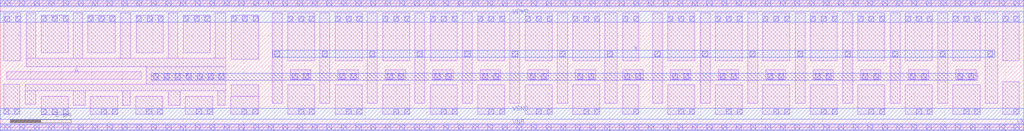
<source format=lef>
# Copyright 2020 The SkyWater PDK Authors
#
# Licensed under the Apache License, Version 2.0 (the "License");
# you may not use this file except in compliance with the License.
# You may obtain a copy of the License at
#
#     https://www.apache.org/licenses/LICENSE-2.0
#
# Unless required by applicable law or agreed to in writing, software
# distributed under the License is distributed on an "AS IS" BASIS,
# WITHOUT WARRANTIES OR CONDITIONS OF ANY KIND, either express or implied.
# See the License for the specific language governing permissions and
# limitations under the License.
#
# SPDX-License-Identifier: Apache-2.0

VERSION 5.7 ;
  NOWIREEXTENSIONATPIN ON ;
  DIVIDERCHAR "/" ;
  BUSBITCHARS "[]" ;
UNITS
  DATABASE MICRONS 200 ;
END UNITS
MACRO sky130_fd_sc_hvl__buf_32
  CLASS CORE ;
  FOREIGN sky130_fd_sc_hvl__buf_32 ;
  ORIGIN  0.000000  0.000000 ;
  SIZE  33.60000 BY  4.070000 ;
  SYMMETRY X Y ;
  SITE unithv ;
  PIN A
    ANTENNAGATEAREA  11.25000 ;
    DIRECTION INPUT ;
    USE SIGNAL ;
    PORT
      LAYER li1 ;
        RECT 0.220000 1.580000 4.630000 1.815000 ;
    END
  END A
  PIN X
    ANTENNADIFFAREA  10.08000 ;
    DIRECTION OUTPUT ;
    USE SIGNAL ;
    PORT
      LAYER met1 ;
        RECT 8.950000 2.290000 32.640000 2.520000 ;
    END
  END X
  PIN VGND
    DIRECTION INOUT ;
    USE GROUND ;
    PORT
      LAYER met1 ;
        RECT 0.000000 0.255000 33.600000 0.625000 ;
    END
  END VGND
  PIN VNB
    DIRECTION INOUT ;
    USE GROUND ;
    PORT
      LAYER li1 ;
        RECT 0.000000 -0.085000 33.600000 0.085000 ;
      LAYER mcon ;
        RECT  0.155000 -0.085000  0.325000 0.085000 ;
        RECT  0.635000 -0.085000  0.805000 0.085000 ;
        RECT  1.115000 -0.085000  1.285000 0.085000 ;
        RECT  1.595000 -0.085000  1.765000 0.085000 ;
        RECT  2.075000 -0.085000  2.245000 0.085000 ;
        RECT  2.555000 -0.085000  2.725000 0.085000 ;
        RECT  3.035000 -0.085000  3.205000 0.085000 ;
        RECT  3.515000 -0.085000  3.685000 0.085000 ;
        RECT  3.995000 -0.085000  4.165000 0.085000 ;
        RECT  4.475000 -0.085000  4.645000 0.085000 ;
        RECT  4.955000 -0.085000  5.125000 0.085000 ;
        RECT  5.435000 -0.085000  5.605000 0.085000 ;
        RECT  5.915000 -0.085000  6.085000 0.085000 ;
        RECT  6.395000 -0.085000  6.565000 0.085000 ;
        RECT  6.875000 -0.085000  7.045000 0.085000 ;
        RECT  7.355000 -0.085000  7.525000 0.085000 ;
        RECT  7.835000 -0.085000  8.005000 0.085000 ;
        RECT  8.315000 -0.085000  8.485000 0.085000 ;
        RECT  8.795000 -0.085000  8.965000 0.085000 ;
        RECT  9.275000 -0.085000  9.445000 0.085000 ;
        RECT  9.755000 -0.085000  9.925000 0.085000 ;
        RECT 10.235000 -0.085000 10.405000 0.085000 ;
        RECT 10.715000 -0.085000 10.885000 0.085000 ;
        RECT 11.195000 -0.085000 11.365000 0.085000 ;
        RECT 11.675000 -0.085000 11.845000 0.085000 ;
        RECT 12.155000 -0.085000 12.325000 0.085000 ;
        RECT 12.635000 -0.085000 12.805000 0.085000 ;
        RECT 13.115000 -0.085000 13.285000 0.085000 ;
        RECT 13.595000 -0.085000 13.765000 0.085000 ;
        RECT 14.075000 -0.085000 14.245000 0.085000 ;
        RECT 14.555000 -0.085000 14.725000 0.085000 ;
        RECT 15.035000 -0.085000 15.205000 0.085000 ;
        RECT 15.515000 -0.085000 15.685000 0.085000 ;
        RECT 15.995000 -0.085000 16.165000 0.085000 ;
        RECT 16.475000 -0.085000 16.645000 0.085000 ;
        RECT 16.955000 -0.085000 17.125000 0.085000 ;
        RECT 17.435000 -0.085000 17.605000 0.085000 ;
        RECT 17.915000 -0.085000 18.085000 0.085000 ;
        RECT 18.395000 -0.085000 18.565000 0.085000 ;
        RECT 18.875000 -0.085000 19.045000 0.085000 ;
        RECT 19.355000 -0.085000 19.525000 0.085000 ;
        RECT 19.835000 -0.085000 20.005000 0.085000 ;
        RECT 20.315000 -0.085000 20.485000 0.085000 ;
        RECT 20.795000 -0.085000 20.965000 0.085000 ;
        RECT 21.275000 -0.085000 21.445000 0.085000 ;
        RECT 21.755000 -0.085000 21.925000 0.085000 ;
        RECT 22.235000 -0.085000 22.405000 0.085000 ;
        RECT 22.715000 -0.085000 22.885000 0.085000 ;
        RECT 23.195000 -0.085000 23.365000 0.085000 ;
        RECT 23.675000 -0.085000 23.845000 0.085000 ;
        RECT 24.155000 -0.085000 24.325000 0.085000 ;
        RECT 24.635000 -0.085000 24.805000 0.085000 ;
        RECT 25.115000 -0.085000 25.285000 0.085000 ;
        RECT 25.595000 -0.085000 25.765000 0.085000 ;
        RECT 26.075000 -0.085000 26.245000 0.085000 ;
        RECT 26.555000 -0.085000 26.725000 0.085000 ;
        RECT 27.035000 -0.085000 27.205000 0.085000 ;
        RECT 27.515000 -0.085000 27.685000 0.085000 ;
        RECT 27.995000 -0.085000 28.165000 0.085000 ;
        RECT 28.475000 -0.085000 28.645000 0.085000 ;
        RECT 28.955000 -0.085000 29.125000 0.085000 ;
        RECT 29.435000 -0.085000 29.605000 0.085000 ;
        RECT 29.915000 -0.085000 30.085000 0.085000 ;
        RECT 30.395000 -0.085000 30.565000 0.085000 ;
        RECT 30.875000 -0.085000 31.045000 0.085000 ;
        RECT 31.355000 -0.085000 31.525000 0.085000 ;
        RECT 31.835000 -0.085000 32.005000 0.085000 ;
        RECT 32.315000 -0.085000 32.485000 0.085000 ;
        RECT 32.795000 -0.085000 32.965000 0.085000 ;
        RECT 33.275000 -0.085000 33.445000 0.085000 ;
    END
    PORT
      LAYER met1 ;
        RECT 0.000000 -0.115000 33.600000 0.115000 ;
    END
  END VNB
  PIN VPB
    DIRECTION INOUT ;
    USE POWER ;
    PORT
      LAYER li1 ;
        RECT 0.000000 3.985000 33.600000 4.155000 ;
      LAYER mcon ;
        RECT  0.155000 3.985000  0.325000 4.155000 ;
        RECT  0.635000 3.985000  0.805000 4.155000 ;
        RECT  1.115000 3.985000  1.285000 4.155000 ;
        RECT  1.595000 3.985000  1.765000 4.155000 ;
        RECT  2.075000 3.985000  2.245000 4.155000 ;
        RECT  2.555000 3.985000  2.725000 4.155000 ;
        RECT  3.035000 3.985000  3.205000 4.155000 ;
        RECT  3.515000 3.985000  3.685000 4.155000 ;
        RECT  3.995000 3.985000  4.165000 4.155000 ;
        RECT  4.475000 3.985000  4.645000 4.155000 ;
        RECT  4.955000 3.985000  5.125000 4.155000 ;
        RECT  5.435000 3.985000  5.605000 4.155000 ;
        RECT  5.915000 3.985000  6.085000 4.155000 ;
        RECT  6.395000 3.985000  6.565000 4.155000 ;
        RECT  6.875000 3.985000  7.045000 4.155000 ;
        RECT  7.355000 3.985000  7.525000 4.155000 ;
        RECT  7.835000 3.985000  8.005000 4.155000 ;
        RECT  8.315000 3.985000  8.485000 4.155000 ;
        RECT  8.795000 3.985000  8.965000 4.155000 ;
        RECT  9.275000 3.985000  9.445000 4.155000 ;
        RECT  9.755000 3.985000  9.925000 4.155000 ;
        RECT 10.235000 3.985000 10.405000 4.155000 ;
        RECT 10.715000 3.985000 10.885000 4.155000 ;
        RECT 11.195000 3.985000 11.365000 4.155000 ;
        RECT 11.675000 3.985000 11.845000 4.155000 ;
        RECT 12.155000 3.985000 12.325000 4.155000 ;
        RECT 12.635000 3.985000 12.805000 4.155000 ;
        RECT 13.115000 3.985000 13.285000 4.155000 ;
        RECT 13.595000 3.985000 13.765000 4.155000 ;
        RECT 14.075000 3.985000 14.245000 4.155000 ;
        RECT 14.555000 3.985000 14.725000 4.155000 ;
        RECT 15.035000 3.985000 15.205000 4.155000 ;
        RECT 15.515000 3.985000 15.685000 4.155000 ;
        RECT 15.995000 3.985000 16.165000 4.155000 ;
        RECT 16.475000 3.985000 16.645000 4.155000 ;
        RECT 16.955000 3.985000 17.125000 4.155000 ;
        RECT 17.435000 3.985000 17.605000 4.155000 ;
        RECT 17.915000 3.985000 18.085000 4.155000 ;
        RECT 18.395000 3.985000 18.565000 4.155000 ;
        RECT 18.875000 3.985000 19.045000 4.155000 ;
        RECT 19.355000 3.985000 19.525000 4.155000 ;
        RECT 19.835000 3.985000 20.005000 4.155000 ;
        RECT 20.315000 3.985000 20.485000 4.155000 ;
        RECT 20.795000 3.985000 20.965000 4.155000 ;
        RECT 21.275000 3.985000 21.445000 4.155000 ;
        RECT 21.755000 3.985000 21.925000 4.155000 ;
        RECT 22.235000 3.985000 22.405000 4.155000 ;
        RECT 22.715000 3.985000 22.885000 4.155000 ;
        RECT 23.195000 3.985000 23.365000 4.155000 ;
        RECT 23.675000 3.985000 23.845000 4.155000 ;
        RECT 24.155000 3.985000 24.325000 4.155000 ;
        RECT 24.635000 3.985000 24.805000 4.155000 ;
        RECT 25.115000 3.985000 25.285000 4.155000 ;
        RECT 25.595000 3.985000 25.765000 4.155000 ;
        RECT 26.075000 3.985000 26.245000 4.155000 ;
        RECT 26.555000 3.985000 26.725000 4.155000 ;
        RECT 27.035000 3.985000 27.205000 4.155000 ;
        RECT 27.515000 3.985000 27.685000 4.155000 ;
        RECT 27.995000 3.985000 28.165000 4.155000 ;
        RECT 28.475000 3.985000 28.645000 4.155000 ;
        RECT 28.955000 3.985000 29.125000 4.155000 ;
        RECT 29.435000 3.985000 29.605000 4.155000 ;
        RECT 29.915000 3.985000 30.085000 4.155000 ;
        RECT 30.395000 3.985000 30.565000 4.155000 ;
        RECT 30.875000 3.985000 31.045000 4.155000 ;
        RECT 31.355000 3.985000 31.525000 4.155000 ;
        RECT 31.835000 3.985000 32.005000 4.155000 ;
        RECT 32.315000 3.985000 32.485000 4.155000 ;
        RECT 32.795000 3.985000 32.965000 4.155000 ;
        RECT 33.275000 3.985000 33.445000 4.155000 ;
    END
    PORT
      LAYER met1 ;
        RECT 0.000000 3.955000 33.600000 4.185000 ;
    END
  END VPB
  PIN VPWR
    DIRECTION INOUT ;
    USE POWER ;
    PORT
      LAYER met1 ;
        RECT 0.000000 3.445000 33.600000 3.815000 ;
    END
  END VPWR
  OBS
    LAYER li1 ;
      RECT  0.110000 0.425000  0.645000 1.410000 ;
      RECT  0.110000 2.175000  0.680000 3.755000 ;
      RECT  0.815000 0.755000  1.170000 1.195000 ;
      RECT  0.815000 1.195000  7.410000 1.410000 ;
      RECT  0.850000 1.985000  7.410000 2.265000 ;
      RECT  0.850000 2.265000  1.160000 3.755000 ;
      RECT  1.340000 0.415000  2.230000 1.025000 ;
      RECT  1.340000 2.445000  2.230000 3.675000 ;
      RECT  2.400000 0.730000  2.790000 1.195000 ;
      RECT  2.400000 2.265000  2.710000 3.755000 ;
      RECT  2.880000 2.445000  3.770000 3.675000 ;
      RECT  2.960000 0.425000  3.855000 1.025000 ;
      RECT  3.940000 2.265000  4.290000 3.755000 ;
      RECT  4.025000 0.730000  4.270000 1.195000 ;
      RECT  4.440000 0.425000  5.330000 1.025000 ;
      RECT  4.460000 2.445000  5.350000 3.675000 ;
      RECT  4.800000 1.410000  7.410000 1.985000 ;
      RECT  5.520000 0.730000  5.910000 1.195000 ;
      RECT  5.520000 2.265000  5.830000 3.755000 ;
      RECT  6.000000 2.445000  6.890000 3.675000 ;
      RECT  6.080000 0.425000  6.975000 1.025000 ;
      RECT  7.060000 2.265000  7.410000 3.755000 ;
      RECT  7.145000 0.730000  7.390000 1.195000 ;
      RECT  7.560000 0.425000  8.480000 1.025000 ;
      RECT  7.580000 1.025000  8.480000 1.395000 ;
      RECT  7.580000 2.235000  8.480000 3.675000 ;
      RECT  8.930000 0.790000  9.260000 3.755000 ;
      RECT  9.430000 0.425000 10.320000 1.395000 ;
      RECT  9.430000 2.175000 10.320000 3.755000 ;
      RECT  9.520000 1.565000 10.190000 1.895000 ;
      RECT 10.490000 0.790000 10.820000 3.755000 ;
      RECT 10.990000 0.425000 11.880000 1.395000 ;
      RECT 10.990000 2.175000 11.880000 3.755000 ;
      RECT 11.080000 1.565000 11.750000 1.895000 ;
      RECT 12.050000 0.790000 12.380000 3.755000 ;
      RECT 12.550000 0.425000 13.440000 1.395000 ;
      RECT 12.550000 2.175000 13.440000 3.755000 ;
      RECT 12.640000 1.565000 13.310000 1.895000 ;
      RECT 13.610000 0.790000 13.940000 3.755000 ;
      RECT 14.110000 0.425000 15.000000 1.395000 ;
      RECT 14.110000 2.175000 15.000000 3.755000 ;
      RECT 14.200000 1.565000 14.870000 1.895000 ;
      RECT 15.170000 0.790000 15.500000 3.755000 ;
      RECT 15.670000 0.425000 16.560000 1.395000 ;
      RECT 15.670000 2.175000 16.560000 3.755000 ;
      RECT 15.760000 1.565000 16.430000 1.895000 ;
      RECT 16.730000 0.790000 17.060000 3.755000 ;
      RECT 17.230000 0.425000 18.120000 1.395000 ;
      RECT 17.230000 2.175000 18.120000 3.755000 ;
      RECT 17.320000 1.565000 17.990000 1.895000 ;
      RECT 18.290000 0.790000 18.620000 3.755000 ;
      RECT 18.790000 0.425000 19.680000 1.395000 ;
      RECT 18.790000 2.175000 19.680000 3.755000 ;
      RECT 18.880000 1.565000 19.550000 1.895000 ;
      RECT 19.850000 0.790000 20.260000 3.755000 ;
      RECT 20.430000 0.425000 20.960000 1.395000 ;
      RECT 20.430000 1.565000 21.100000 1.895000 ;
      RECT 20.430000 2.175000 20.960000 3.755000 ;
      RECT 21.410000 0.790000 21.740000 3.755000 ;
      RECT 21.910000 0.425000 22.800000 1.395000 ;
      RECT 21.910000 2.175000 22.800000 3.755000 ;
      RECT 22.000000 1.565000 22.670000 1.895000 ;
      RECT 22.970000 0.790000 23.300000 3.755000 ;
      RECT 23.470000 0.425000 24.360000 1.395000 ;
      RECT 23.470000 2.175000 24.360000 3.755000 ;
      RECT 23.560000 1.565000 24.230000 1.895000 ;
      RECT 24.530000 0.790000 24.860000 3.755000 ;
      RECT 25.030000 0.425000 25.920000 1.395000 ;
      RECT 25.030000 2.175000 25.920000 3.755000 ;
      RECT 25.120000 1.565000 25.790000 1.895000 ;
      RECT 26.090000 0.790000 26.420000 3.755000 ;
      RECT 26.590000 0.425000 27.480000 1.395000 ;
      RECT 26.590000 2.175000 27.480000 3.755000 ;
      RECT 26.680000 1.565000 27.350000 1.895000 ;
      RECT 27.650000 0.790000 27.980000 3.755000 ;
      RECT 28.150000 0.425000 29.040000 1.395000 ;
      RECT 28.150000 2.175000 29.040000 3.755000 ;
      RECT 28.240000 1.565000 28.910000 1.895000 ;
      RECT 29.210000 0.790000 29.540000 3.755000 ;
      RECT 29.710000 0.425000 30.600000 1.395000 ;
      RECT 29.710000 2.175000 30.600000 3.755000 ;
      RECT 29.800000 1.565000 30.470000 1.895000 ;
      RECT 30.770000 0.790000 31.100000 3.755000 ;
      RECT 31.270000 0.425000 32.160000 1.395000 ;
      RECT 31.270000 2.175000 32.160000 3.755000 ;
      RECT 31.360000 1.565000 32.030000 1.895000 ;
      RECT 32.330000 0.790000 32.740000 3.755000 ;
      RECT 32.910000 0.425000 33.440000 1.495000 ;
      RECT 32.910000 2.175000 33.440000 3.755000 ;
    LAYER mcon ;
      RECT  0.115000 0.425000  0.285000 0.595000 ;
      RECT  0.150000 3.475000  0.320000 3.645000 ;
      RECT  0.475000 0.425000  0.645000 0.595000 ;
      RECT  0.510000 3.475000  0.680000 3.645000 ;
      RECT  1.340000 0.425000  1.510000 0.595000 ;
      RECT  1.340000 3.475000  1.510000 3.645000 ;
      RECT  1.700000 0.425000  1.870000 0.595000 ;
      RECT  1.700000 3.475000  1.870000 3.645000 ;
      RECT  2.060000 0.425000  2.230000 0.595000 ;
      RECT  2.060000 3.475000  2.230000 3.645000 ;
      RECT  2.880000 3.475000  3.050000 3.645000 ;
      RECT  3.240000 3.475000  3.410000 3.645000 ;
      RECT  3.320000 0.425000  3.490000 0.595000 ;
      RECT  3.600000 3.475000  3.770000 3.645000 ;
      RECT  3.680000 0.425000  3.850000 0.595000 ;
      RECT  4.460000 3.475000  4.630000 3.645000 ;
      RECT  4.800000 0.425000  4.970000 0.595000 ;
      RECT  4.820000 3.475000  4.990000 3.645000 ;
      RECT  5.020000 1.580000  5.190000 1.750000 ;
      RECT  5.160000 0.425000  5.330000 0.595000 ;
      RECT  5.180000 3.475000  5.350000 3.645000 ;
      RECT  5.380000 1.580000  5.550000 1.750000 ;
      RECT  5.740000 1.580000  5.910000 1.750000 ;
      RECT  6.000000 3.475000  6.170000 3.645000 ;
      RECT  6.100000 1.580000  6.270000 1.750000 ;
      RECT  6.360000 3.475000  6.530000 3.645000 ;
      RECT  6.440000 0.425000  6.610000 0.595000 ;
      RECT  6.460000 1.580000  6.630000 1.750000 ;
      RECT  6.720000 3.475000  6.890000 3.645000 ;
      RECT  6.800000 0.425000  6.970000 0.595000 ;
      RECT  6.820000 1.580000  6.990000 1.750000 ;
      RECT  7.180000 1.580000  7.350000 1.750000 ;
      RECT  7.580000 3.475000  7.750000 3.645000 ;
      RECT  7.920000 0.425000  8.090000 0.595000 ;
      RECT  7.940000 3.475000  8.110000 3.645000 ;
      RECT  8.280000 0.425000  8.450000 0.595000 ;
      RECT  8.300000 3.475000  8.470000 3.645000 ;
      RECT  9.010000 2.320000  9.180000 2.490000 ;
      RECT  9.430000 3.475000  9.600000 3.645000 ;
      RECT  9.590000 1.580000  9.760000 1.750000 ;
      RECT  9.790000 0.425000  9.960000 0.595000 ;
      RECT  9.790000 3.475000  9.960000 3.645000 ;
      RECT  9.950000 1.580000 10.120000 1.750000 ;
      RECT 10.150000 0.425000 10.320000 0.595000 ;
      RECT 10.150000 3.475000 10.320000 3.645000 ;
      RECT 10.570000 2.320000 10.740000 2.490000 ;
      RECT 10.990000 3.475000 11.160000 3.645000 ;
      RECT 11.150000 1.580000 11.320000 1.750000 ;
      RECT 11.350000 0.425000 11.520000 0.595000 ;
      RECT 11.350000 3.475000 11.520000 3.645000 ;
      RECT 11.510000 1.580000 11.680000 1.750000 ;
      RECT 11.710000 0.425000 11.880000 0.595000 ;
      RECT 11.710000 3.475000 11.880000 3.645000 ;
      RECT 12.130000 2.320000 12.300000 2.490000 ;
      RECT 12.550000 3.475000 12.720000 3.645000 ;
      RECT 12.710000 1.580000 12.880000 1.750000 ;
      RECT 12.910000 0.425000 13.080000 0.595000 ;
      RECT 12.910000 3.475000 13.080000 3.645000 ;
      RECT 13.070000 1.580000 13.240000 1.750000 ;
      RECT 13.270000 0.425000 13.440000 0.595000 ;
      RECT 13.270000 3.475000 13.440000 3.645000 ;
      RECT 13.690000 2.320000 13.860000 2.490000 ;
      RECT 14.110000 3.475000 14.280000 3.645000 ;
      RECT 14.270000 1.580000 14.440000 1.750000 ;
      RECT 14.470000 0.425000 14.640000 0.595000 ;
      RECT 14.470000 3.475000 14.640000 3.645000 ;
      RECT 14.630000 1.580000 14.800000 1.750000 ;
      RECT 14.830000 0.425000 15.000000 0.595000 ;
      RECT 14.830000 3.475000 15.000000 3.645000 ;
      RECT 15.250000 2.320000 15.420000 2.490000 ;
      RECT 15.670000 3.475000 15.840000 3.645000 ;
      RECT 15.830000 1.580000 16.000000 1.750000 ;
      RECT 16.030000 0.425000 16.200000 0.595000 ;
      RECT 16.030000 3.475000 16.200000 3.645000 ;
      RECT 16.190000 1.580000 16.360000 1.750000 ;
      RECT 16.390000 0.425000 16.560000 0.595000 ;
      RECT 16.390000 3.475000 16.560000 3.645000 ;
      RECT 16.810000 2.320000 16.980000 2.490000 ;
      RECT 17.230000 3.475000 17.400000 3.645000 ;
      RECT 17.390000 1.580000 17.560000 1.750000 ;
      RECT 17.590000 0.425000 17.760000 0.595000 ;
      RECT 17.590000 3.475000 17.760000 3.645000 ;
      RECT 17.750000 1.580000 17.920000 1.750000 ;
      RECT 17.950000 0.425000 18.120000 0.595000 ;
      RECT 17.950000 3.475000 18.120000 3.645000 ;
      RECT 18.370000 2.320000 18.540000 2.490000 ;
      RECT 18.790000 3.475000 18.960000 3.645000 ;
      RECT 18.950000 1.580000 19.120000 1.750000 ;
      RECT 19.150000 0.425000 19.320000 0.595000 ;
      RECT 19.150000 3.475000 19.320000 3.645000 ;
      RECT 19.310000 1.580000 19.480000 1.750000 ;
      RECT 19.510000 0.425000 19.680000 0.595000 ;
      RECT 19.510000 3.475000 19.680000 3.645000 ;
      RECT 19.930000 2.320000 20.100000 2.490000 ;
      RECT 20.430000 3.475000 20.600000 3.645000 ;
      RECT 20.500000 1.580000 20.670000 1.750000 ;
      RECT 20.790000 0.425000 20.960000 0.595000 ;
      RECT 20.790000 3.475000 20.960000 3.645000 ;
      RECT 20.860000 1.580000 21.030000 1.750000 ;
      RECT 21.490000 2.320000 21.660000 2.490000 ;
      RECT 21.910000 3.475000 22.080000 3.645000 ;
      RECT 22.070000 1.580000 22.240000 1.750000 ;
      RECT 22.270000 0.425000 22.440000 0.595000 ;
      RECT 22.270000 3.475000 22.440000 3.645000 ;
      RECT 22.430000 1.580000 22.600000 1.750000 ;
      RECT 22.630000 0.425000 22.800000 0.595000 ;
      RECT 22.630000 3.475000 22.800000 3.645000 ;
      RECT 23.050000 2.320000 23.220000 2.490000 ;
      RECT 23.470000 3.475000 23.640000 3.645000 ;
      RECT 23.630000 1.580000 23.800000 1.750000 ;
      RECT 23.830000 0.425000 24.000000 0.595000 ;
      RECT 23.830000 3.475000 24.000000 3.645000 ;
      RECT 23.990000 1.580000 24.160000 1.750000 ;
      RECT 24.190000 0.425000 24.360000 0.595000 ;
      RECT 24.190000 3.475000 24.360000 3.645000 ;
      RECT 24.610000 2.320000 24.780000 2.490000 ;
      RECT 25.030000 3.475000 25.200000 3.645000 ;
      RECT 25.190000 1.580000 25.360000 1.750000 ;
      RECT 25.390000 0.425000 25.560000 0.595000 ;
      RECT 25.390000 3.475000 25.560000 3.645000 ;
      RECT 25.550000 1.580000 25.720000 1.750000 ;
      RECT 25.750000 0.425000 25.920000 0.595000 ;
      RECT 25.750000 3.475000 25.920000 3.645000 ;
      RECT 26.170000 2.320000 26.340000 2.490000 ;
      RECT 26.590000 3.475000 26.760000 3.645000 ;
      RECT 26.750000 1.580000 26.920000 1.750000 ;
      RECT 26.950000 0.425000 27.120000 0.595000 ;
      RECT 26.950000 3.475000 27.120000 3.645000 ;
      RECT 27.110000 1.580000 27.280000 1.750000 ;
      RECT 27.310000 0.425000 27.480000 0.595000 ;
      RECT 27.310000 3.475000 27.480000 3.645000 ;
      RECT 27.730000 2.320000 27.900000 2.490000 ;
      RECT 28.150000 3.475000 28.320000 3.645000 ;
      RECT 28.310000 1.580000 28.480000 1.750000 ;
      RECT 28.510000 0.425000 28.680000 0.595000 ;
      RECT 28.510000 3.475000 28.680000 3.645000 ;
      RECT 28.670000 1.580000 28.840000 1.750000 ;
      RECT 28.870000 0.425000 29.040000 0.595000 ;
      RECT 28.870000 3.475000 29.040000 3.645000 ;
      RECT 29.290000 2.320000 29.460000 2.490000 ;
      RECT 29.710000 3.475000 29.880000 3.645000 ;
      RECT 29.870000 1.580000 30.040000 1.750000 ;
      RECT 30.070000 0.425000 30.240000 0.595000 ;
      RECT 30.070000 3.475000 30.240000 3.645000 ;
      RECT 30.230000 1.580000 30.400000 1.750000 ;
      RECT 30.430000 0.425000 30.600000 0.595000 ;
      RECT 30.430000 3.475000 30.600000 3.645000 ;
      RECT 30.850000 2.320000 31.020000 2.490000 ;
      RECT 31.270000 3.475000 31.440000 3.645000 ;
      RECT 31.430000 1.580000 31.600000 1.750000 ;
      RECT 31.630000 0.425000 31.800000 0.595000 ;
      RECT 31.630000 3.475000 31.800000 3.645000 ;
      RECT 31.790000 1.580000 31.960000 1.750000 ;
      RECT 31.990000 0.425000 32.160000 0.595000 ;
      RECT 31.990000 3.475000 32.160000 3.645000 ;
      RECT 32.410000 2.320000 32.580000 2.490000 ;
      RECT 32.910000 3.475000 33.080000 3.645000 ;
      RECT 33.270000 0.425000 33.440000 0.595000 ;
      RECT 33.270000 3.475000 33.440000 3.645000 ;
    LAYER met1 ;
      RECT 4.960000 1.550000 32.090000 1.780000 ;
  END
END sky130_fd_sc_hvl__buf_32
END LIBRARY

</source>
